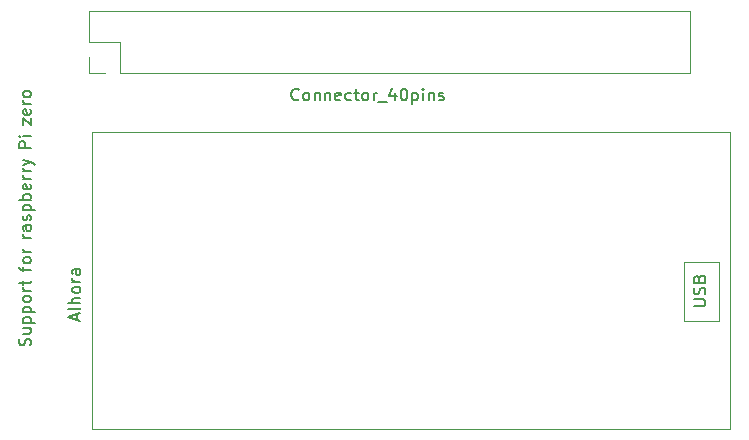
<source format=gbr>
%TF.GenerationSoftware,KiCad,Pcbnew,(7.0.0)*%
%TF.CreationDate,2023-07-17T15:43:14+02:00*%
%TF.ProjectId,SupportPizero,53757070-6f72-4745-9069-7a65726f2e6b,rev?*%
%TF.SameCoordinates,Original*%
%TF.FileFunction,Legend,Top*%
%TF.FilePolarity,Positive*%
%FSLAX46Y46*%
G04 Gerber Fmt 4.6, Leading zero omitted, Abs format (unit mm)*
G04 Created by KiCad (PCBNEW (7.0.0)) date 2023-07-17 15:43:14*
%MOMM*%
%LPD*%
G01*
G04 APERTURE LIST*
%ADD10C,0.200000*%
%ADD11C,0.150000*%
%ADD12C,0.120000*%
G04 APERTURE END LIST*
D10*
X52734761Y-82409523D02*
X52782380Y-82266666D01*
X52782380Y-82266666D02*
X52782380Y-82028571D01*
X52782380Y-82028571D02*
X52734761Y-81933333D01*
X52734761Y-81933333D02*
X52687142Y-81885714D01*
X52687142Y-81885714D02*
X52591904Y-81838095D01*
X52591904Y-81838095D02*
X52496666Y-81838095D01*
X52496666Y-81838095D02*
X52401428Y-81885714D01*
X52401428Y-81885714D02*
X52353809Y-81933333D01*
X52353809Y-81933333D02*
X52306190Y-82028571D01*
X52306190Y-82028571D02*
X52258571Y-82219047D01*
X52258571Y-82219047D02*
X52210952Y-82314285D01*
X52210952Y-82314285D02*
X52163333Y-82361904D01*
X52163333Y-82361904D02*
X52068095Y-82409523D01*
X52068095Y-82409523D02*
X51972857Y-82409523D01*
X51972857Y-82409523D02*
X51877619Y-82361904D01*
X51877619Y-82361904D02*
X51830000Y-82314285D01*
X51830000Y-82314285D02*
X51782380Y-82219047D01*
X51782380Y-82219047D02*
X51782380Y-81980952D01*
X51782380Y-81980952D02*
X51830000Y-81838095D01*
X52115714Y-80980952D02*
X52782380Y-80980952D01*
X52115714Y-81409523D02*
X52639523Y-81409523D01*
X52639523Y-81409523D02*
X52734761Y-81361904D01*
X52734761Y-81361904D02*
X52782380Y-81266666D01*
X52782380Y-81266666D02*
X52782380Y-81123809D01*
X52782380Y-81123809D02*
X52734761Y-81028571D01*
X52734761Y-81028571D02*
X52687142Y-80980952D01*
X52115714Y-80504761D02*
X53115714Y-80504761D01*
X52163333Y-80504761D02*
X52115714Y-80409523D01*
X52115714Y-80409523D02*
X52115714Y-80219047D01*
X52115714Y-80219047D02*
X52163333Y-80123809D01*
X52163333Y-80123809D02*
X52210952Y-80076190D01*
X52210952Y-80076190D02*
X52306190Y-80028571D01*
X52306190Y-80028571D02*
X52591904Y-80028571D01*
X52591904Y-80028571D02*
X52687142Y-80076190D01*
X52687142Y-80076190D02*
X52734761Y-80123809D01*
X52734761Y-80123809D02*
X52782380Y-80219047D01*
X52782380Y-80219047D02*
X52782380Y-80409523D01*
X52782380Y-80409523D02*
X52734761Y-80504761D01*
X52115714Y-79599999D02*
X53115714Y-79599999D01*
X52163333Y-79599999D02*
X52115714Y-79504761D01*
X52115714Y-79504761D02*
X52115714Y-79314285D01*
X52115714Y-79314285D02*
X52163333Y-79219047D01*
X52163333Y-79219047D02*
X52210952Y-79171428D01*
X52210952Y-79171428D02*
X52306190Y-79123809D01*
X52306190Y-79123809D02*
X52591904Y-79123809D01*
X52591904Y-79123809D02*
X52687142Y-79171428D01*
X52687142Y-79171428D02*
X52734761Y-79219047D01*
X52734761Y-79219047D02*
X52782380Y-79314285D01*
X52782380Y-79314285D02*
X52782380Y-79504761D01*
X52782380Y-79504761D02*
X52734761Y-79599999D01*
X52782380Y-78552380D02*
X52734761Y-78647618D01*
X52734761Y-78647618D02*
X52687142Y-78695237D01*
X52687142Y-78695237D02*
X52591904Y-78742856D01*
X52591904Y-78742856D02*
X52306190Y-78742856D01*
X52306190Y-78742856D02*
X52210952Y-78695237D01*
X52210952Y-78695237D02*
X52163333Y-78647618D01*
X52163333Y-78647618D02*
X52115714Y-78552380D01*
X52115714Y-78552380D02*
X52115714Y-78409523D01*
X52115714Y-78409523D02*
X52163333Y-78314285D01*
X52163333Y-78314285D02*
X52210952Y-78266666D01*
X52210952Y-78266666D02*
X52306190Y-78219047D01*
X52306190Y-78219047D02*
X52591904Y-78219047D01*
X52591904Y-78219047D02*
X52687142Y-78266666D01*
X52687142Y-78266666D02*
X52734761Y-78314285D01*
X52734761Y-78314285D02*
X52782380Y-78409523D01*
X52782380Y-78409523D02*
X52782380Y-78552380D01*
X52782380Y-77790475D02*
X52115714Y-77790475D01*
X52306190Y-77790475D02*
X52210952Y-77742856D01*
X52210952Y-77742856D02*
X52163333Y-77695237D01*
X52163333Y-77695237D02*
X52115714Y-77599999D01*
X52115714Y-77599999D02*
X52115714Y-77504761D01*
X52115714Y-77314284D02*
X52115714Y-76933332D01*
X51782380Y-77171427D02*
X52639523Y-77171427D01*
X52639523Y-77171427D02*
X52734761Y-77123808D01*
X52734761Y-77123808D02*
X52782380Y-77028570D01*
X52782380Y-77028570D02*
X52782380Y-76933332D01*
X52115714Y-76142855D02*
X52115714Y-75761903D01*
X52782380Y-75999998D02*
X51925238Y-75999998D01*
X51925238Y-75999998D02*
X51830000Y-75952379D01*
X51830000Y-75952379D02*
X51782380Y-75857141D01*
X51782380Y-75857141D02*
X51782380Y-75761903D01*
X52782380Y-75285712D02*
X52734761Y-75380950D01*
X52734761Y-75380950D02*
X52687142Y-75428569D01*
X52687142Y-75428569D02*
X52591904Y-75476188D01*
X52591904Y-75476188D02*
X52306190Y-75476188D01*
X52306190Y-75476188D02*
X52210952Y-75428569D01*
X52210952Y-75428569D02*
X52163333Y-75380950D01*
X52163333Y-75380950D02*
X52115714Y-75285712D01*
X52115714Y-75285712D02*
X52115714Y-75142855D01*
X52115714Y-75142855D02*
X52163333Y-75047617D01*
X52163333Y-75047617D02*
X52210952Y-74999998D01*
X52210952Y-74999998D02*
X52306190Y-74952379D01*
X52306190Y-74952379D02*
X52591904Y-74952379D01*
X52591904Y-74952379D02*
X52687142Y-74999998D01*
X52687142Y-74999998D02*
X52734761Y-75047617D01*
X52734761Y-75047617D02*
X52782380Y-75142855D01*
X52782380Y-75142855D02*
X52782380Y-75285712D01*
X52782380Y-74523807D02*
X52115714Y-74523807D01*
X52306190Y-74523807D02*
X52210952Y-74476188D01*
X52210952Y-74476188D02*
X52163333Y-74428569D01*
X52163333Y-74428569D02*
X52115714Y-74333331D01*
X52115714Y-74333331D02*
X52115714Y-74238093D01*
X52782380Y-73304759D02*
X52115714Y-73304759D01*
X52306190Y-73304759D02*
X52210952Y-73257140D01*
X52210952Y-73257140D02*
X52163333Y-73209521D01*
X52163333Y-73209521D02*
X52115714Y-73114283D01*
X52115714Y-73114283D02*
X52115714Y-73019045D01*
X52782380Y-72257140D02*
X52258571Y-72257140D01*
X52258571Y-72257140D02*
X52163333Y-72304759D01*
X52163333Y-72304759D02*
X52115714Y-72399997D01*
X52115714Y-72399997D02*
X52115714Y-72590473D01*
X52115714Y-72590473D02*
X52163333Y-72685711D01*
X52734761Y-72257140D02*
X52782380Y-72352378D01*
X52782380Y-72352378D02*
X52782380Y-72590473D01*
X52782380Y-72590473D02*
X52734761Y-72685711D01*
X52734761Y-72685711D02*
X52639523Y-72733330D01*
X52639523Y-72733330D02*
X52544285Y-72733330D01*
X52544285Y-72733330D02*
X52449047Y-72685711D01*
X52449047Y-72685711D02*
X52401428Y-72590473D01*
X52401428Y-72590473D02*
X52401428Y-72352378D01*
X52401428Y-72352378D02*
X52353809Y-72257140D01*
X52734761Y-71828568D02*
X52782380Y-71733330D01*
X52782380Y-71733330D02*
X52782380Y-71542854D01*
X52782380Y-71542854D02*
X52734761Y-71447616D01*
X52734761Y-71447616D02*
X52639523Y-71399997D01*
X52639523Y-71399997D02*
X52591904Y-71399997D01*
X52591904Y-71399997D02*
X52496666Y-71447616D01*
X52496666Y-71447616D02*
X52449047Y-71542854D01*
X52449047Y-71542854D02*
X52449047Y-71685711D01*
X52449047Y-71685711D02*
X52401428Y-71780949D01*
X52401428Y-71780949D02*
X52306190Y-71828568D01*
X52306190Y-71828568D02*
X52258571Y-71828568D01*
X52258571Y-71828568D02*
X52163333Y-71780949D01*
X52163333Y-71780949D02*
X52115714Y-71685711D01*
X52115714Y-71685711D02*
X52115714Y-71542854D01*
X52115714Y-71542854D02*
X52163333Y-71447616D01*
X52115714Y-70971425D02*
X53115714Y-70971425D01*
X52163333Y-70971425D02*
X52115714Y-70876187D01*
X52115714Y-70876187D02*
X52115714Y-70685711D01*
X52115714Y-70685711D02*
X52163333Y-70590473D01*
X52163333Y-70590473D02*
X52210952Y-70542854D01*
X52210952Y-70542854D02*
X52306190Y-70495235D01*
X52306190Y-70495235D02*
X52591904Y-70495235D01*
X52591904Y-70495235D02*
X52687142Y-70542854D01*
X52687142Y-70542854D02*
X52734761Y-70590473D01*
X52734761Y-70590473D02*
X52782380Y-70685711D01*
X52782380Y-70685711D02*
X52782380Y-70876187D01*
X52782380Y-70876187D02*
X52734761Y-70971425D01*
X52782380Y-70066663D02*
X51782380Y-70066663D01*
X52163333Y-70066663D02*
X52115714Y-69971425D01*
X52115714Y-69971425D02*
X52115714Y-69780949D01*
X52115714Y-69780949D02*
X52163333Y-69685711D01*
X52163333Y-69685711D02*
X52210952Y-69638092D01*
X52210952Y-69638092D02*
X52306190Y-69590473D01*
X52306190Y-69590473D02*
X52591904Y-69590473D01*
X52591904Y-69590473D02*
X52687142Y-69638092D01*
X52687142Y-69638092D02*
X52734761Y-69685711D01*
X52734761Y-69685711D02*
X52782380Y-69780949D01*
X52782380Y-69780949D02*
X52782380Y-69971425D01*
X52782380Y-69971425D02*
X52734761Y-70066663D01*
X52734761Y-68780949D02*
X52782380Y-68876187D01*
X52782380Y-68876187D02*
X52782380Y-69066663D01*
X52782380Y-69066663D02*
X52734761Y-69161901D01*
X52734761Y-69161901D02*
X52639523Y-69209520D01*
X52639523Y-69209520D02*
X52258571Y-69209520D01*
X52258571Y-69209520D02*
X52163333Y-69161901D01*
X52163333Y-69161901D02*
X52115714Y-69066663D01*
X52115714Y-69066663D02*
X52115714Y-68876187D01*
X52115714Y-68876187D02*
X52163333Y-68780949D01*
X52163333Y-68780949D02*
X52258571Y-68733330D01*
X52258571Y-68733330D02*
X52353809Y-68733330D01*
X52353809Y-68733330D02*
X52449047Y-69209520D01*
X52782380Y-68304758D02*
X52115714Y-68304758D01*
X52306190Y-68304758D02*
X52210952Y-68257139D01*
X52210952Y-68257139D02*
X52163333Y-68209520D01*
X52163333Y-68209520D02*
X52115714Y-68114282D01*
X52115714Y-68114282D02*
X52115714Y-68019044D01*
X52782380Y-67685710D02*
X52115714Y-67685710D01*
X52306190Y-67685710D02*
X52210952Y-67638091D01*
X52210952Y-67638091D02*
X52163333Y-67590472D01*
X52163333Y-67590472D02*
X52115714Y-67495234D01*
X52115714Y-67495234D02*
X52115714Y-67399996D01*
X52115714Y-67161900D02*
X52782380Y-66923805D01*
X52115714Y-66685710D02*
X52782380Y-66923805D01*
X52782380Y-66923805D02*
X53020476Y-67019043D01*
X53020476Y-67019043D02*
X53068095Y-67066662D01*
X53068095Y-67066662D02*
X53115714Y-67161900D01*
X52782380Y-65704757D02*
X51782380Y-65704757D01*
X51782380Y-65704757D02*
X51782380Y-65323805D01*
X51782380Y-65323805D02*
X51830000Y-65228567D01*
X51830000Y-65228567D02*
X51877619Y-65180948D01*
X51877619Y-65180948D02*
X51972857Y-65133329D01*
X51972857Y-65133329D02*
X52115714Y-65133329D01*
X52115714Y-65133329D02*
X52210952Y-65180948D01*
X52210952Y-65180948D02*
X52258571Y-65228567D01*
X52258571Y-65228567D02*
X52306190Y-65323805D01*
X52306190Y-65323805D02*
X52306190Y-65704757D01*
X52782380Y-64704757D02*
X52115714Y-64704757D01*
X51782380Y-64704757D02*
X51830000Y-64752376D01*
X51830000Y-64752376D02*
X51877619Y-64704757D01*
X51877619Y-64704757D02*
X51830000Y-64657138D01*
X51830000Y-64657138D02*
X51782380Y-64704757D01*
X51782380Y-64704757D02*
X51877619Y-64704757D01*
X52115714Y-63723805D02*
X52115714Y-63199996D01*
X52115714Y-63199996D02*
X52782380Y-63723805D01*
X52782380Y-63723805D02*
X52782380Y-63199996D01*
X52734761Y-62438091D02*
X52782380Y-62533329D01*
X52782380Y-62533329D02*
X52782380Y-62723805D01*
X52782380Y-62723805D02*
X52734761Y-62819043D01*
X52734761Y-62819043D02*
X52639523Y-62866662D01*
X52639523Y-62866662D02*
X52258571Y-62866662D01*
X52258571Y-62866662D02*
X52163333Y-62819043D01*
X52163333Y-62819043D02*
X52115714Y-62723805D01*
X52115714Y-62723805D02*
X52115714Y-62533329D01*
X52115714Y-62533329D02*
X52163333Y-62438091D01*
X52163333Y-62438091D02*
X52258571Y-62390472D01*
X52258571Y-62390472D02*
X52353809Y-62390472D01*
X52353809Y-62390472D02*
X52449047Y-62866662D01*
X52782380Y-61961900D02*
X52115714Y-61961900D01*
X52306190Y-61961900D02*
X52210952Y-61914281D01*
X52210952Y-61914281D02*
X52163333Y-61866662D01*
X52163333Y-61866662D02*
X52115714Y-61771424D01*
X52115714Y-61771424D02*
X52115714Y-61676186D01*
X52782380Y-61199995D02*
X52734761Y-61295233D01*
X52734761Y-61295233D02*
X52687142Y-61342852D01*
X52687142Y-61342852D02*
X52591904Y-61390471D01*
X52591904Y-61390471D02*
X52306190Y-61390471D01*
X52306190Y-61390471D02*
X52210952Y-61342852D01*
X52210952Y-61342852D02*
X52163333Y-61295233D01*
X52163333Y-61295233D02*
X52115714Y-61199995D01*
X52115714Y-61199995D02*
X52115714Y-61057138D01*
X52115714Y-61057138D02*
X52163333Y-60961900D01*
X52163333Y-60961900D02*
X52210952Y-60914281D01*
X52210952Y-60914281D02*
X52306190Y-60866662D01*
X52306190Y-60866662D02*
X52591904Y-60866662D01*
X52591904Y-60866662D02*
X52687142Y-60914281D01*
X52687142Y-60914281D02*
X52734761Y-60961900D01*
X52734761Y-60961900D02*
X52782380Y-61057138D01*
X52782380Y-61057138D02*
X52782380Y-61199995D01*
D11*
%TO.C,REF\u002A\u002A*%
X75466665Y-61572142D02*
X75419046Y-61619761D01*
X75419046Y-61619761D02*
X75276189Y-61667380D01*
X75276189Y-61667380D02*
X75180951Y-61667380D01*
X75180951Y-61667380D02*
X75038094Y-61619761D01*
X75038094Y-61619761D02*
X74942856Y-61524523D01*
X74942856Y-61524523D02*
X74895237Y-61429285D01*
X74895237Y-61429285D02*
X74847618Y-61238809D01*
X74847618Y-61238809D02*
X74847618Y-61095952D01*
X74847618Y-61095952D02*
X74895237Y-60905476D01*
X74895237Y-60905476D02*
X74942856Y-60810238D01*
X74942856Y-60810238D02*
X75038094Y-60715000D01*
X75038094Y-60715000D02*
X75180951Y-60667380D01*
X75180951Y-60667380D02*
X75276189Y-60667380D01*
X75276189Y-60667380D02*
X75419046Y-60715000D01*
X75419046Y-60715000D02*
X75466665Y-60762619D01*
X76038094Y-61667380D02*
X75942856Y-61619761D01*
X75942856Y-61619761D02*
X75895237Y-61572142D01*
X75895237Y-61572142D02*
X75847618Y-61476904D01*
X75847618Y-61476904D02*
X75847618Y-61191190D01*
X75847618Y-61191190D02*
X75895237Y-61095952D01*
X75895237Y-61095952D02*
X75942856Y-61048333D01*
X75942856Y-61048333D02*
X76038094Y-61000714D01*
X76038094Y-61000714D02*
X76180951Y-61000714D01*
X76180951Y-61000714D02*
X76276189Y-61048333D01*
X76276189Y-61048333D02*
X76323808Y-61095952D01*
X76323808Y-61095952D02*
X76371427Y-61191190D01*
X76371427Y-61191190D02*
X76371427Y-61476904D01*
X76371427Y-61476904D02*
X76323808Y-61572142D01*
X76323808Y-61572142D02*
X76276189Y-61619761D01*
X76276189Y-61619761D02*
X76180951Y-61667380D01*
X76180951Y-61667380D02*
X76038094Y-61667380D01*
X76799999Y-61000714D02*
X76799999Y-61667380D01*
X76799999Y-61095952D02*
X76847618Y-61048333D01*
X76847618Y-61048333D02*
X76942856Y-61000714D01*
X76942856Y-61000714D02*
X77085713Y-61000714D01*
X77085713Y-61000714D02*
X77180951Y-61048333D01*
X77180951Y-61048333D02*
X77228570Y-61143571D01*
X77228570Y-61143571D02*
X77228570Y-61667380D01*
X77704761Y-61000714D02*
X77704761Y-61667380D01*
X77704761Y-61095952D02*
X77752380Y-61048333D01*
X77752380Y-61048333D02*
X77847618Y-61000714D01*
X77847618Y-61000714D02*
X77990475Y-61000714D01*
X77990475Y-61000714D02*
X78085713Y-61048333D01*
X78085713Y-61048333D02*
X78133332Y-61143571D01*
X78133332Y-61143571D02*
X78133332Y-61667380D01*
X78990475Y-61619761D02*
X78895237Y-61667380D01*
X78895237Y-61667380D02*
X78704761Y-61667380D01*
X78704761Y-61667380D02*
X78609523Y-61619761D01*
X78609523Y-61619761D02*
X78561904Y-61524523D01*
X78561904Y-61524523D02*
X78561904Y-61143571D01*
X78561904Y-61143571D02*
X78609523Y-61048333D01*
X78609523Y-61048333D02*
X78704761Y-61000714D01*
X78704761Y-61000714D02*
X78895237Y-61000714D01*
X78895237Y-61000714D02*
X78990475Y-61048333D01*
X78990475Y-61048333D02*
X79038094Y-61143571D01*
X79038094Y-61143571D02*
X79038094Y-61238809D01*
X79038094Y-61238809D02*
X78561904Y-61334047D01*
X79895237Y-61619761D02*
X79799999Y-61667380D01*
X79799999Y-61667380D02*
X79609523Y-61667380D01*
X79609523Y-61667380D02*
X79514285Y-61619761D01*
X79514285Y-61619761D02*
X79466666Y-61572142D01*
X79466666Y-61572142D02*
X79419047Y-61476904D01*
X79419047Y-61476904D02*
X79419047Y-61191190D01*
X79419047Y-61191190D02*
X79466666Y-61095952D01*
X79466666Y-61095952D02*
X79514285Y-61048333D01*
X79514285Y-61048333D02*
X79609523Y-61000714D01*
X79609523Y-61000714D02*
X79799999Y-61000714D01*
X79799999Y-61000714D02*
X79895237Y-61048333D01*
X80180952Y-61000714D02*
X80561904Y-61000714D01*
X80323809Y-60667380D02*
X80323809Y-61524523D01*
X80323809Y-61524523D02*
X80371428Y-61619761D01*
X80371428Y-61619761D02*
X80466666Y-61667380D01*
X80466666Y-61667380D02*
X80561904Y-61667380D01*
X81038095Y-61667380D02*
X80942857Y-61619761D01*
X80942857Y-61619761D02*
X80895238Y-61572142D01*
X80895238Y-61572142D02*
X80847619Y-61476904D01*
X80847619Y-61476904D02*
X80847619Y-61191190D01*
X80847619Y-61191190D02*
X80895238Y-61095952D01*
X80895238Y-61095952D02*
X80942857Y-61048333D01*
X80942857Y-61048333D02*
X81038095Y-61000714D01*
X81038095Y-61000714D02*
X81180952Y-61000714D01*
X81180952Y-61000714D02*
X81276190Y-61048333D01*
X81276190Y-61048333D02*
X81323809Y-61095952D01*
X81323809Y-61095952D02*
X81371428Y-61191190D01*
X81371428Y-61191190D02*
X81371428Y-61476904D01*
X81371428Y-61476904D02*
X81323809Y-61572142D01*
X81323809Y-61572142D02*
X81276190Y-61619761D01*
X81276190Y-61619761D02*
X81180952Y-61667380D01*
X81180952Y-61667380D02*
X81038095Y-61667380D01*
X81800000Y-61667380D02*
X81800000Y-61000714D01*
X81800000Y-61191190D02*
X81847619Y-61095952D01*
X81847619Y-61095952D02*
X81895238Y-61048333D01*
X81895238Y-61048333D02*
X81990476Y-61000714D01*
X81990476Y-61000714D02*
X82085714Y-61000714D01*
X82180953Y-61762619D02*
X82942857Y-61762619D01*
X83609524Y-61000714D02*
X83609524Y-61667380D01*
X83371429Y-60619761D02*
X83133334Y-61334047D01*
X83133334Y-61334047D02*
X83752381Y-61334047D01*
X84323810Y-60667380D02*
X84419048Y-60667380D01*
X84419048Y-60667380D02*
X84514286Y-60715000D01*
X84514286Y-60715000D02*
X84561905Y-60762619D01*
X84561905Y-60762619D02*
X84609524Y-60857857D01*
X84609524Y-60857857D02*
X84657143Y-61048333D01*
X84657143Y-61048333D02*
X84657143Y-61286428D01*
X84657143Y-61286428D02*
X84609524Y-61476904D01*
X84609524Y-61476904D02*
X84561905Y-61572142D01*
X84561905Y-61572142D02*
X84514286Y-61619761D01*
X84514286Y-61619761D02*
X84419048Y-61667380D01*
X84419048Y-61667380D02*
X84323810Y-61667380D01*
X84323810Y-61667380D02*
X84228572Y-61619761D01*
X84228572Y-61619761D02*
X84180953Y-61572142D01*
X84180953Y-61572142D02*
X84133334Y-61476904D01*
X84133334Y-61476904D02*
X84085715Y-61286428D01*
X84085715Y-61286428D02*
X84085715Y-61048333D01*
X84085715Y-61048333D02*
X84133334Y-60857857D01*
X84133334Y-60857857D02*
X84180953Y-60762619D01*
X84180953Y-60762619D02*
X84228572Y-60715000D01*
X84228572Y-60715000D02*
X84323810Y-60667380D01*
X85085715Y-61000714D02*
X85085715Y-62000714D01*
X85085715Y-61048333D02*
X85180953Y-61000714D01*
X85180953Y-61000714D02*
X85371429Y-61000714D01*
X85371429Y-61000714D02*
X85466667Y-61048333D01*
X85466667Y-61048333D02*
X85514286Y-61095952D01*
X85514286Y-61095952D02*
X85561905Y-61191190D01*
X85561905Y-61191190D02*
X85561905Y-61476904D01*
X85561905Y-61476904D02*
X85514286Y-61572142D01*
X85514286Y-61572142D02*
X85466667Y-61619761D01*
X85466667Y-61619761D02*
X85371429Y-61667380D01*
X85371429Y-61667380D02*
X85180953Y-61667380D01*
X85180953Y-61667380D02*
X85085715Y-61619761D01*
X85990477Y-61667380D02*
X85990477Y-61000714D01*
X85990477Y-60667380D02*
X85942858Y-60715000D01*
X85942858Y-60715000D02*
X85990477Y-60762619D01*
X85990477Y-60762619D02*
X86038096Y-60715000D01*
X86038096Y-60715000D02*
X85990477Y-60667380D01*
X85990477Y-60667380D02*
X85990477Y-60762619D01*
X86466667Y-61000714D02*
X86466667Y-61667380D01*
X86466667Y-61095952D02*
X86514286Y-61048333D01*
X86514286Y-61048333D02*
X86609524Y-61000714D01*
X86609524Y-61000714D02*
X86752381Y-61000714D01*
X86752381Y-61000714D02*
X86847619Y-61048333D01*
X86847619Y-61048333D02*
X86895238Y-61143571D01*
X86895238Y-61143571D02*
X86895238Y-61667380D01*
X87323810Y-61619761D02*
X87419048Y-61667380D01*
X87419048Y-61667380D02*
X87609524Y-61667380D01*
X87609524Y-61667380D02*
X87704762Y-61619761D01*
X87704762Y-61619761D02*
X87752381Y-61524523D01*
X87752381Y-61524523D02*
X87752381Y-61476904D01*
X87752381Y-61476904D02*
X87704762Y-61381666D01*
X87704762Y-61381666D02*
X87609524Y-61334047D01*
X87609524Y-61334047D02*
X87466667Y-61334047D01*
X87466667Y-61334047D02*
X87371429Y-61286428D01*
X87371429Y-61286428D02*
X87323810Y-61191190D01*
X87323810Y-61191190D02*
X87323810Y-61143571D01*
X87323810Y-61143571D02*
X87371429Y-61048333D01*
X87371429Y-61048333D02*
X87466667Y-61000714D01*
X87466667Y-61000714D02*
X87609524Y-61000714D01*
X87609524Y-61000714D02*
X87704762Y-61048333D01*
%TO.C,Alhora*%
X56681666Y-80266666D02*
X56681666Y-79790476D01*
X56967380Y-80361904D02*
X55967380Y-80028571D01*
X55967380Y-80028571D02*
X56967380Y-79695238D01*
X56967380Y-79219047D02*
X56919761Y-79314285D01*
X56919761Y-79314285D02*
X56824523Y-79361904D01*
X56824523Y-79361904D02*
X55967380Y-79361904D01*
X56967380Y-78838094D02*
X55967380Y-78838094D01*
X56967380Y-78409523D02*
X56443571Y-78409523D01*
X56443571Y-78409523D02*
X56348333Y-78457142D01*
X56348333Y-78457142D02*
X56300714Y-78552380D01*
X56300714Y-78552380D02*
X56300714Y-78695237D01*
X56300714Y-78695237D02*
X56348333Y-78790475D01*
X56348333Y-78790475D02*
X56395952Y-78838094D01*
X56967380Y-77790475D02*
X56919761Y-77885713D01*
X56919761Y-77885713D02*
X56872142Y-77933332D01*
X56872142Y-77933332D02*
X56776904Y-77980951D01*
X56776904Y-77980951D02*
X56491190Y-77980951D01*
X56491190Y-77980951D02*
X56395952Y-77933332D01*
X56395952Y-77933332D02*
X56348333Y-77885713D01*
X56348333Y-77885713D02*
X56300714Y-77790475D01*
X56300714Y-77790475D02*
X56300714Y-77647618D01*
X56300714Y-77647618D02*
X56348333Y-77552380D01*
X56348333Y-77552380D02*
X56395952Y-77504761D01*
X56395952Y-77504761D02*
X56491190Y-77457142D01*
X56491190Y-77457142D02*
X56776904Y-77457142D01*
X56776904Y-77457142D02*
X56872142Y-77504761D01*
X56872142Y-77504761D02*
X56919761Y-77552380D01*
X56919761Y-77552380D02*
X56967380Y-77647618D01*
X56967380Y-77647618D02*
X56967380Y-77790475D01*
X56967380Y-77028570D02*
X56300714Y-77028570D01*
X56491190Y-77028570D02*
X56395952Y-76980951D01*
X56395952Y-76980951D02*
X56348333Y-76933332D01*
X56348333Y-76933332D02*
X56300714Y-76838094D01*
X56300714Y-76838094D02*
X56300714Y-76742856D01*
X56967380Y-75980951D02*
X56443571Y-75980951D01*
X56443571Y-75980951D02*
X56348333Y-76028570D01*
X56348333Y-76028570D02*
X56300714Y-76123808D01*
X56300714Y-76123808D02*
X56300714Y-76314284D01*
X56300714Y-76314284D02*
X56348333Y-76409522D01*
X56919761Y-75980951D02*
X56967380Y-76076189D01*
X56967380Y-76076189D02*
X56967380Y-76314284D01*
X56967380Y-76314284D02*
X56919761Y-76409522D01*
X56919761Y-76409522D02*
X56824523Y-76457141D01*
X56824523Y-76457141D02*
X56729285Y-76457141D01*
X56729285Y-76457141D02*
X56634047Y-76409522D01*
X56634047Y-76409522D02*
X56586428Y-76314284D01*
X56586428Y-76314284D02*
X56586428Y-76076189D01*
X56586428Y-76076189D02*
X56538809Y-75980951D01*
X108899380Y-79088904D02*
X109708904Y-79088904D01*
X109708904Y-79088904D02*
X109804142Y-79041285D01*
X109804142Y-79041285D02*
X109851761Y-78993666D01*
X109851761Y-78993666D02*
X109899380Y-78898428D01*
X109899380Y-78898428D02*
X109899380Y-78707952D01*
X109899380Y-78707952D02*
X109851761Y-78612714D01*
X109851761Y-78612714D02*
X109804142Y-78565095D01*
X109804142Y-78565095D02*
X109708904Y-78517476D01*
X109708904Y-78517476D02*
X108899380Y-78517476D01*
X109851761Y-78088904D02*
X109899380Y-77946047D01*
X109899380Y-77946047D02*
X109899380Y-77707952D01*
X109899380Y-77707952D02*
X109851761Y-77612714D01*
X109851761Y-77612714D02*
X109804142Y-77565095D01*
X109804142Y-77565095D02*
X109708904Y-77517476D01*
X109708904Y-77517476D02*
X109613666Y-77517476D01*
X109613666Y-77517476D02*
X109518428Y-77565095D01*
X109518428Y-77565095D02*
X109470809Y-77612714D01*
X109470809Y-77612714D02*
X109423190Y-77707952D01*
X109423190Y-77707952D02*
X109375571Y-77898428D01*
X109375571Y-77898428D02*
X109327952Y-77993666D01*
X109327952Y-77993666D02*
X109280333Y-78041285D01*
X109280333Y-78041285D02*
X109185095Y-78088904D01*
X109185095Y-78088904D02*
X109089857Y-78088904D01*
X109089857Y-78088904D02*
X108994619Y-78041285D01*
X108994619Y-78041285D02*
X108947000Y-77993666D01*
X108947000Y-77993666D02*
X108899380Y-77898428D01*
X108899380Y-77898428D02*
X108899380Y-77660333D01*
X108899380Y-77660333D02*
X108947000Y-77517476D01*
X109375571Y-76755571D02*
X109423190Y-76612714D01*
X109423190Y-76612714D02*
X109470809Y-76565095D01*
X109470809Y-76565095D02*
X109566047Y-76517476D01*
X109566047Y-76517476D02*
X109708904Y-76517476D01*
X109708904Y-76517476D02*
X109804142Y-76565095D01*
X109804142Y-76565095D02*
X109851761Y-76612714D01*
X109851761Y-76612714D02*
X109899380Y-76707952D01*
X109899380Y-76707952D02*
X109899380Y-77088904D01*
X109899380Y-77088904D02*
X108899380Y-77088904D01*
X108899380Y-77088904D02*
X108899380Y-76755571D01*
X108899380Y-76755571D02*
X108947000Y-76660333D01*
X108947000Y-76660333D02*
X108994619Y-76612714D01*
X108994619Y-76612714D02*
X109089857Y-76565095D01*
X109089857Y-76565095D02*
X109185095Y-76565095D01*
X109185095Y-76565095D02*
X109280333Y-76612714D01*
X109280333Y-76612714D02*
X109327952Y-76660333D01*
X109327952Y-76660333D02*
X109375571Y-76755571D01*
X109375571Y-76755571D02*
X109375571Y-77088904D01*
D12*
%TO.C,REF\u002A\u002A*%
X57710000Y-59330000D02*
X57710000Y-58000000D01*
X59040000Y-59330000D02*
X57710000Y-59330000D01*
X60310000Y-59330000D02*
X108630000Y-59330000D01*
X60310000Y-59330000D02*
X60310000Y-56730000D01*
X108630000Y-59330000D02*
X108630000Y-54130000D01*
X57710000Y-56730000D02*
X57710000Y-54130000D01*
X60310000Y-56730000D02*
X57710000Y-56730000D01*
X57710000Y-54130000D02*
X108630000Y-54130000D01*
%TO.C,Alhora*%
X57980000Y-89475000D02*
X112010000Y-89475000D01*
X112010000Y-89475000D02*
X112010000Y-64385000D01*
X112010000Y-64385000D02*
X57980000Y-64385000D01*
X57980000Y-64385000D02*
X57980000Y-89475000D01*
X111032000Y-80327000D02*
X108111000Y-80327000D01*
X108111000Y-80327000D02*
X108111000Y-75327000D01*
X108111000Y-75327000D02*
X111032000Y-75327000D01*
X111032000Y-75327000D02*
X111032000Y-80327000D01*
%TD*%
M02*

</source>
